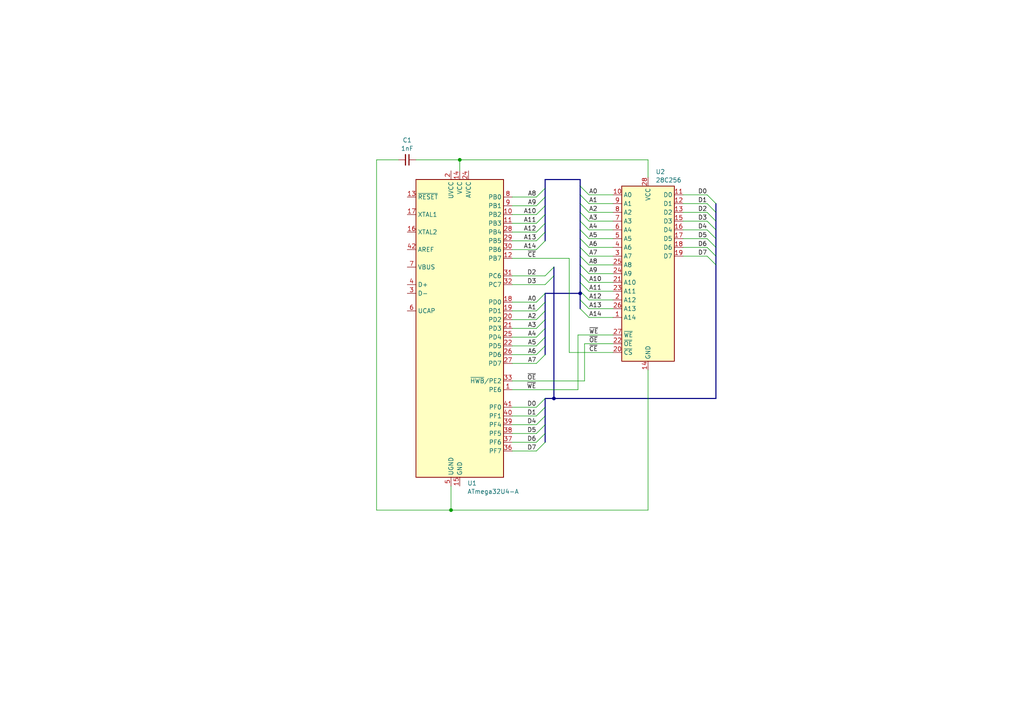
<source format=kicad_sch>
(kicad_sch (version 20230121) (generator eeschema)
  (paper "A4")
  (title_block (title "AT28C256Programmer") (date "2024-10-18") (rev "1.0"))
  (lib_symbols
    (symbol "Device:C_Small" (pin_numbers hide) (pin_names (offset 0.254) hide)
      (property "Reference" "C" (at 0.254 1.778 0))
      (property "Value" "C_Small" (at 0.254 -2.032 0))
      (symbol "C_Small_0_1"
        (polyline (pts (xy -1.524 -0.508) (xy 1.524 -0.508)) (stroke (width 0.3302)))
        (polyline (pts (xy -1.524 0.508) (xy 1.524 0.508)) (stroke (width 0.3048)))
      )
      (symbol "C_Small_1_1"
        (pin passive line (at 0 2.54 270) (length 2.032) (name "~") (number "1"))
        (pin passive line (at 0 -2.54 90) (length 2.032) (name "~") (number "2"))
      )
    )
    (symbol "MCU_Microchip_ATmega:ATmega32U4-A"
      (property "Reference" "U" (at -12.7 44.45 0))
      (property "Value" "ATmega32U4-A" (at 2.54 -44.45 0))
      (symbol "ATmega32U4-A_0_1"
        (rectangle (start -12.7 -43.18) (end 12.7 43.18) (stroke (width 0.254)) (fill (type background)))
      )
      (symbol "ATmega32U4-A_1_1"
        (pin bidirectional line (at 15.24 -17.78 180) (length 2.54) (name "PE6") (number "1"))
        (pin bidirectional line (at 15.24 33.02 180) (length 2.54) (name "PB2") (number "10"))
        (pin bidirectional line (at 15.24 30.48 180) (length 2.54) (name "PB3") (number "11"))
        (pin bidirectional line (at 15.24 20.32 180) (length 2.54) (name "PB7") (number "12"))
        (pin input line (at -15.24 38.1 0) (length 2.54) (name "~{RESET}") (number "13"))
        (pin power_in line (at 0 45.72 270) (length 2.54) (name "VCC") (number "14"))
        (pin power_in line (at 0 -45.72 90) (length 2.54) (name "GND") (number "15"))
        (pin output line (at -15.24 27.94 0) (length 2.54) (name "XTAL2") (number "16"))
        (pin input line (at -15.24 33.02 0) (length 2.54) (name "XTAL1") (number "17"))
        (pin bidirectional line (at 15.24 7.62 180) (length 2.54) (name "PD0") (number "18"))
        (pin bidirectional line (at 15.24 5.08 180) (length 2.54) (name "PD1") (number "19"))
        (pin power_in line (at -2.54 45.72 270) (length 2.54) (name "UVCC") (number "2"))
        (pin bidirectional line (at 15.24 2.54 180) (length 2.54) (name "PD2") (number "20"))
        (pin bidirectional line (at 15.24 0 180) (length 2.54) (name "PD3") (number "21"))
        (pin bidirectional line (at 15.24 -5.08 180) (length 2.54) (name "PD5") (number "22"))
        (pin passive line (at 0 -45.72 90) (length 2.54) hide (name "GND") (number "23"))
        (pin power_in line (at 2.54 45.72 270) (length 2.54) (name "AVCC") (number "24"))
        (pin bidirectional line (at 15.24 -2.54 180) (length 2.54) (name "PD4") (number "25"))
        (pin bidirectional line (at 15.24 -7.62 180) (length 2.54) (name "PD6") (number "26"))
        (pin bidirectional line (at 15.24 -10.16 180) (length 2.54) (name "PD7") (number "27"))
        (pin bidirectional line (at 15.24 27.94 180) (length 2.54) (name "PB4") (number "28"))
        (pin bidirectional line (at 15.24 25.4 180) (length 2.54) (name "PB5") (number "29"))
        (pin bidirectional line (at -15.24 10.16 0) (length 2.54) (name "D-") (number "3"))
        (pin bidirectional line (at 15.24 22.86 180) (length 2.54) (name "PB6") (number "30"))
        (pin bidirectional line (at 15.24 15.24 180) (length 2.54) (name "PC6") (number "31"))
        (pin bidirectional line (at 15.24 12.7 180) (length 2.54) (name "PC7") (number "32"))
        (pin bidirectional line (at 15.24 -15.24 180) (length 2.54) (name "~{HWB}/PE2") (number "33"))
        (pin passive line (at 0 45.72 270) (length 2.54) hide (name "VCC") (number "34"))
        (pin passive line (at 0 -45.72 90) (length 2.54) hide (name "GND") (number "35"))
        (pin bidirectional line (at 15.24 -35.56 180) (length 2.54) (name "PF7") (number "36"))
        (pin bidirectional line (at 15.24 -33.02 180) (length 2.54) (name "PF6") (number "37"))
        (pin bidirectional line (at 15.24 -30.48 180) (length 2.54) (name "PF5") (number "38"))
        (pin bidirectional line (at 15.24 -27.94 180) (length 2.54) (name "PF4") (number "39"))
        (pin bidirectional line (at -15.24 12.7 0) (length 2.54) (name "D+") (number "4"))
        (pin bidirectional line (at 15.24 -25.4 180) (length 2.54) (name "PF1") (number "40"))
        (pin bidirectional line (at 15.24 -22.86 180) (length 2.54) (name "PF0") (number "41"))
        (pin passive line (at -15.24 22.86 0) (length 2.54) (name "AREF") (number "42"))
        (pin passive line (at 0 -45.72 90) (length 2.54) hide (name "GND") (number "43"))
        (pin passive line (at 2.54 45.72 270) (length 2.54) hide (name "AVCC") (number "44"))
        (pin passive line (at -2.54 -45.72 90) (length 2.54) (name "UGND") (number "5"))
        (pin passive line (at -15.24 5.08 0) (length 2.54) (name "UCAP") (number "6"))
        (pin input line (at -15.24 17.78 0) (length 2.54) (name "VBUS") (number "7"))
        (pin bidirectional line (at 15.24 38.1 180) (length 2.54) (name "PB0") (number "8"))
        (pin bidirectional line (at 15.24 35.56 180) (length 2.54) (name "PB1") (number "9"))
      )
    )
    (symbol "Memory_EEPROM:28C256"
      (property "Reference" "U" (at -7.62 26.67 0))
      (property "Value" "28C256" (at 2.54 -26.67 0))
      (symbol "28C256_1_1"
        (rectangle (start -7.62 25.4) (end 7.62 -25.4) (stroke (width 0.254)) (fill (type background)))
        (pin input line (at -10.16 -12.7 0) (length 2.54) (name "A14") (number "1"))
        (pin input line (at -10.16 22.86 0) (length 2.54) (name "A0") (number "10"))
        (pin tri_state line (at 10.16 22.86 180) (length 2.54) (name "D0") (number "11"))
        (pin tri_state line (at 10.16 20.32 180) (length 2.54) (name "D1") (number "12"))
        (pin tri_state line (at 10.16 17.78 180) (length 2.54) (name "D2") (number "13"))
        (pin power_in line (at 0 -27.94 90) (length 2.54) (name "GND") (number "14"))
        (pin tri_state line (at 10.16 15.24 180) (length 2.54) (name "D3") (number "15"))
        (pin tri_state line (at 10.16 12.7 180) (length 2.54) (name "D4") (number "16"))
        (pin tri_state line (at 10.16 10.16 180) (length 2.54) (name "D5") (number "17"))
        (pin tri_state line (at 10.16 7.62 180) (length 2.54) (name "D6") (number "18"))
        (pin tri_state line (at 10.16 5.08 180) (length 2.54) (name "D7") (number "19"))
        (pin input line (at -10.16 -7.62 0) (length 2.54) (name "A12") (number "2"))
        (pin input line (at -10.16 -22.86 0) (length 2.54) (name "~{CS}") (number "20"))
        (pin input line (at -10.16 -2.54 0) (length 2.54) (name "A10") (number "21"))
        (pin input line (at -10.16 -20.32 0) (length 2.54) (name "~{OE}") (number "22"))
        (pin input line (at -10.16 -5.08 0) (length 2.54) (name "A11") (number "23"))
        (pin input line (at -10.16 0 0) (length 2.54) (name "A9") (number "24"))
        (pin input line (at -10.16 2.54 0) (length 2.54) (name "A8") (number "25"))
        (pin input line (at -10.16 -10.16 0) (length 2.54) (name "A13") (number "26"))
        (pin input line (at -10.16 -17.78 0) (length 2.54) (name "~{WE}") (number "27"))
        (pin power_in line (at 0 27.94 270) (length 2.54) (name "VCC") (number "28"))
        (pin input line (at -10.16 5.08 0) (length 2.54) (name "A7") (number "3"))
        (pin input line (at -10.16 7.62 0) (length 2.54) (name "A6") (number "4"))
        (pin input line (at -10.16 10.16 0) (length 2.54) (name "A5") (number "5"))
        (pin input line (at -10.16 12.7 0) (length 2.54) (name "A4") (number "6"))
        (pin input line (at -10.16 15.24 0) (length 2.54) (name "A3") (number "7"))
        (pin input line (at -10.16 17.78 0) (length 2.54) (name "A2") (number "8"))
        (pin input line (at -10.16 20.32 0) (length 2.54) (name "A1") (number "9"))
      )
    )
  )
  (junction (at 160.655 115.57))
  (junction (at 168.275 85.09))
  (junction (at 130.81 147.955))
  (junction (at 133.35 46.355))
  (bus_entry (at 168.275 56.515) (size 2.54 2.54))
  (bus_entry (at 168.275 59.055) (size 2.54 2.54))
  (bus_entry (at 155.575 59.69) (size 2.54 -2.54))
  (bus_entry (at 155.575 130.81) (size 2.54 -2.54))
  (bus_entry (at 205.105 69.215) (size 2.54 2.54))
  (bus_entry (at 205.105 71.755) (size 2.54 2.54))
  (bus_entry (at 168.275 71.755) (size 2.54 2.54))
  (bus_entry (at 155.575 67.31) (size 2.54 -2.54))
  (bus_entry (at 168.275 69.215) (size 2.54 2.54))
  (bus_entry (at 155.575 57.15) (size 2.54 -2.54))
  (bus_entry (at 155.575 69.85) (size 2.54 -2.54))
  (bus_entry (at 205.105 61.595) (size 2.54 2.54))
  (bus_entry (at 155.575 102.87) (size 2.54 -2.54))
  (bus_entry (at 155.575 118.11) (size 2.54 -2.54))
  (bus_entry (at 168.275 76.835) (size 2.54 2.54))
  (bus_entry (at 155.575 62.23) (size 2.54 -2.54))
  (bus_entry (at 168.275 89.535) (size 2.54 2.54))
  (bus_entry (at 168.275 84.455) (size 2.54 2.54))
  (bus_entry (at 168.275 64.135) (size 2.54 2.54))
  (bus_entry (at 168.275 61.595) (size 2.54 2.54))
  (bus_entry (at 205.105 74.295) (size 2.54 2.54))
  (bus_entry (at 168.275 74.295) (size 2.54 2.54))
  (bus_entry (at 155.575 72.39) (size 2.54 -2.54))
  (bus_entry (at 155.575 92.71) (size 2.54 -2.54))
  (bus_entry (at 155.575 125.73) (size 2.54 -2.54))
  (bus_entry (at 155.575 128.27) (size 2.54 -2.54))
  (bus_entry (at 168.275 81.915) (size 2.54 2.54))
  (bus_entry (at 205.105 59.055) (size 2.54 2.54))
  (bus_entry (at 155.575 97.79) (size 2.54 -2.54))
  (bus_entry (at 205.105 64.135) (size 2.54 2.54))
  (bus_entry (at 155.575 100.33) (size 2.54 -2.54))
  (bus_entry (at 155.575 123.19) (size 2.54 -2.54))
  (bus_entry (at 155.575 64.77) (size 2.54 -2.54))
  (bus_entry (at 168.275 86.995) (size 2.54 2.54))
  (bus_entry (at 155.575 95.25) (size 2.54 -2.54))
  (bus_entry (at 155.575 120.65) (size 2.54 -2.54))
  (bus_entry (at 168.275 79.375) (size 2.54 2.54))
  (bus_entry (at 155.575 90.17) (size 2.54 -2.54))
  (bus_entry (at 205.105 56.515) (size 2.54 2.54))
  (bus_entry (at 155.575 105.41) (size 2.54 -2.54))
  (bus_entry (at 168.275 66.675) (size 2.54 2.54))
  (bus_entry (at 155.575 87.63) (size 2.54 -2.54))
  (bus_entry (at 160.655 77.47) (size -2.54 2.54))
  (bus_entry (at 168.275 53.975) (size 2.54 2.54))
  (bus_entry (at 160.655 80.01) (size -2.54 2.54))
  (bus_entry (at 205.105 66.675) (size 2.54 2.54))
  (wire (pts (xy 170.815 92.075) (xy 177.8 92.075)))
  (wire (pts (xy 165.1 102.235) (xy 165.1 74.93)))
  (wire (pts (xy 205.105 66.675) (xy 198.12 66.675)))
  (wire (pts (xy 158.115 80.01) (xy 148.59 80.01)))
  (wire (pts (xy 148.59 74.93) (xy 165.1 74.93)))
  (bus (pts (xy 168.275 85.09) (xy 168.275 86.995)))
  (wire (pts (xy 155.575 123.19) (xy 148.59 123.19)))
  (wire (pts (xy 187.96 107.315) (xy 187.96 147.955)))
  (bus (pts (xy 158.115 57.15) (xy 158.115 59.69)))
  (wire (pts (xy 167.64 97.155) (xy 167.64 113.03)))
  (wire (pts (xy 155.575 90.17) (xy 148.59 90.17)))
  (bus (pts (xy 168.275 52.07) (xy 168.275 53.975)))
  (wire (pts (xy 170.815 86.995) (xy 177.8 86.995)))
  (wire (pts (xy 170.815 84.455) (xy 177.8 84.455)))
  (wire (pts (xy 155.575 118.11) (xy 148.59 118.11)))
  (wire (pts (xy 148.59 82.55) (xy 158.115 82.55)))
  (wire (pts (xy 205.105 71.755) (xy 198.12 71.755)))
  (bus (pts (xy 168.275 61.595) (xy 168.275 64.135)))
  (bus (pts (xy 158.115 120.65) (xy 158.115 123.19)))
  (wire (pts (xy 205.105 69.215) (xy 198.12 69.215)))
  (wire (pts (xy 170.815 64.135) (xy 177.8 64.135)))
  (wire (pts (xy 155.575 92.71) (xy 148.59 92.71)))
  (bus (pts (xy 158.115 85.09) (xy 158.115 87.63)))
  (wire (pts (xy 187.96 46.355) (xy 187.96 51.435)))
  (bus (pts (xy 207.645 61.595) (xy 207.645 64.135)))
  (bus (pts (xy 158.115 87.63) (xy 158.115 90.17)))
  (wire (pts (xy 130.81 147.955) (xy 109.22 147.955)))
  (bus (pts (xy 207.645 71.755) (xy 207.645 74.295)))
  (bus (pts (xy 207.645 59.055) (xy 207.645 61.595)))
  (bus (pts (xy 158.115 52.07) (xy 158.115 54.61)))
  (bus (pts (xy 158.115 125.73) (xy 158.115 128.27)))
  (bus (pts (xy 207.645 64.135) (xy 207.645 66.675)))
  (bus (pts (xy 158.115 59.69) (xy 158.115 62.23)))
  (bus (pts (xy 168.275 84.455) (xy 168.275 85.09)))
  (bus (pts (xy 158.115 115.57) (xy 158.115 118.11)))
  (bus (pts (xy 158.115 95.25) (xy 158.115 97.79)))
  (bus (pts (xy 168.275 79.375) (xy 168.275 81.915)))
  (wire (pts (xy 155.575 64.77) (xy 148.59 64.77)))
  (wire (pts (xy 170.815 61.595) (xy 177.8 61.595)))
  (bus (pts (xy 168.275 69.215) (xy 168.275 71.755)))
  (wire (pts (xy 169.545 99.695) (xy 177.8 99.695)))
  (wire (pts (xy 169.545 99.695) (xy 169.545 110.49)))
  (bus (pts (xy 158.115 123.19) (xy 158.115 125.73)))
  (wire (pts (xy 133.35 46.355) (xy 187.96 46.355)))
  (wire (pts (xy 155.575 87.63) (xy 148.59 87.63)))
  (bus (pts (xy 158.115 92.71) (xy 158.115 95.25)))
  (wire (pts (xy 170.815 81.915) (xy 177.8 81.915)))
  (wire (pts (xy 167.64 97.155) (xy 177.8 97.155)))
  (wire (pts (xy 170.815 69.215) (xy 177.8 69.215)))
  (bus (pts (xy 158.115 52.07) (xy 168.275 52.07)))
  (bus (pts (xy 160.655 115.57) (xy 207.645 115.57)))
  (bus (pts (xy 158.115 100.33) (xy 158.115 102.87)))
  (bus (pts (xy 158.115 62.23) (xy 158.115 64.77)))
  (bus (pts (xy 168.275 76.835) (xy 168.275 79.375)))
  (wire (pts (xy 109.22 46.355) (xy 115.57 46.355)))
  (wire (pts (xy 109.22 147.955) (xy 109.22 46.355)))
  (bus (pts (xy 168.275 64.135) (xy 168.275 66.675)))
  (wire (pts (xy 155.575 102.87) (xy 148.59 102.87)))
  (wire (pts (xy 170.815 79.375) (xy 177.8 79.375)))
  (bus (pts (xy 168.275 71.755) (xy 168.275 74.295)))
  (wire (pts (xy 205.105 56.515) (xy 198.12 56.515)))
  (wire (pts (xy 155.575 59.69) (xy 148.59 59.69)))
  (wire (pts (xy 155.575 57.15) (xy 148.59 57.15)))
  (wire (pts (xy 187.96 147.955) (xy 130.81 147.955)))
  (wire (pts (xy 205.105 74.295) (xy 198.12 74.295)))
  (wire (pts (xy 205.105 59.055) (xy 198.12 59.055)))
  (bus (pts (xy 158.115 97.79) (xy 158.115 100.33)))
  (wire (pts (xy 155.575 128.27) (xy 148.59 128.27)))
  (wire (pts (xy 170.815 59.055) (xy 177.8 59.055)))
  (wire (pts (xy 130.81 147.955) (xy 130.81 140.97)))
  (wire (pts (xy 155.575 67.31) (xy 148.59 67.31)))
  (wire (pts (xy 155.575 120.65) (xy 148.59 120.65)))
  (wire (pts (xy 205.105 64.135) (xy 198.12 64.135)))
  (wire (pts (xy 170.815 66.675) (xy 177.8 66.675)))
  (bus (pts (xy 168.275 56.515) (xy 168.275 59.055)))
  (bus (pts (xy 168.275 74.295) (xy 168.275 76.835)))
  (wire (pts (xy 155.575 125.73) (xy 148.59 125.73)))
  (bus (pts (xy 158.115 64.77) (xy 158.115 67.31)))
  (wire (pts (xy 170.815 71.755) (xy 177.8 71.755)))
  (wire (pts (xy 170.815 56.515) (xy 177.8 56.515)))
  (bus (pts (xy 207.645 66.675) (xy 207.645 69.215)))
  (bus (pts (xy 158.115 67.31) (xy 158.115 69.85)))
  (bus (pts (xy 168.275 53.975) (xy 168.275 56.515)))
  (wire (pts (xy 155.575 95.25) (xy 148.59 95.25)))
  (wire (pts (xy 165.1 102.235) (xy 177.8 102.235)))
  (bus (pts (xy 160.655 80.01) (xy 160.655 115.57)))
  (bus (pts (xy 158.115 118.11) (xy 158.115 120.65)))
  (bus (pts (xy 207.645 74.295) (xy 207.645 76.835)))
  (bus (pts (xy 158.115 115.57) (xy 160.655 115.57)))
  (wire (pts (xy 155.575 62.23) (xy 148.59 62.23)))
  (wire (pts (xy 170.815 89.535) (xy 177.8 89.535)))
  (wire (pts (xy 148.59 110.49) (xy 169.545 110.49)))
  (bus (pts (xy 207.645 76.835) (xy 207.645 115.57)))
  (bus (pts (xy 207.645 69.215) (xy 207.645 71.755)))
  (wire (pts (xy 133.35 49.53) (xy 133.35 46.355)))
  (wire (pts (xy 155.575 72.39) (xy 148.59 72.39)))
  (wire (pts (xy 148.59 113.03) (xy 167.64 113.03)))
  (bus (pts (xy 168.275 66.675) (xy 168.275 69.215)))
  (wire (pts (xy 170.815 74.295) (xy 177.8 74.295)))
  (bus (pts (xy 158.115 54.61) (xy 158.115 57.15)))
  (wire (pts (xy 155.575 130.81) (xy 148.59 130.81)))
  (wire (pts (xy 155.575 69.85) (xy 148.59 69.85)))
  (wire (pts (xy 170.815 76.835) (xy 177.8 76.835)))
  (bus (pts (xy 158.115 90.17) (xy 158.115 92.71)))
  (bus (pts (xy 168.275 81.915) (xy 168.275 84.455)))
  (wire (pts (xy 120.65 46.355) (xy 133.35 46.355)))
  (bus (pts (xy 158.115 85.09) (xy 168.275 85.09)))
  (wire (pts (xy 155.575 105.41) (xy 148.59 105.41)))
  (bus (pts (xy 168.275 86.995) (xy 168.275 89.535)))
  (wire (pts (xy 155.575 97.79) (xy 148.59 97.79)))
  (bus (pts (xy 168.275 59.055) (xy 168.275 61.595)))
  (wire (pts (xy 205.105 61.595) (xy 198.12 61.595)))
  (bus (pts (xy 160.655 77.47) (xy 160.655 80.01)))
  (wire (pts (xy 155.575 100.33) (xy 148.59 100.33)))
  (label "A4" (at 170.815 66.675 0))
  (label "A2" (at 155.575 92.71 180))
  (label "D4" (at 155.575 123.19 180))
  (label "D0" (at 205.105 56.515 180))
  (label "A2" (at 170.815 61.595 0))
  (label "D2" (at 155.575 80.01 180))
  (label "A10" (at 170.815 81.915 0))
  (label "A3" (at 170.815 64.135 0))
  (label "A7" (at 155.575 105.41 180))
  (label "A6" (at 155.575 102.87 180))
  (label "A14" (at 170.815 92.075 0))
  (label "D3" (at 205.105 64.135 180))
  (label "D5" (at 205.105 69.215 180))
  (label "~{WE}" (at 155.575 113.03 180))
  (label "A6" (at 170.815 71.755 0))
  (label "A0" (at 155.575 87.63 180))
  (label "A8" (at 155.575 57.15 180))
  (label "A10" (at 155.575 62.23 180))
  (label "A13" (at 170.815 89.535 0))
  (label "~{OE}" (at 155.575 110.49 180))
  (label "A12" (at 155.575 67.31 180))
  (label "~{CE}" (at 170.815 102.235 0))
  (label "D6" (at 205.105 71.755 180))
  (label "A0" (at 170.815 56.515 0))
  (label "A1" (at 170.815 59.055 0))
  (label "D7" (at 155.575 130.81 180))
  (label "A5" (at 170.815 69.215 0))
  (label "D1" (at 155.575 120.65 180))
  (label "~{WE}" (at 170.815 97.155 0))
  (label "A4" (at 155.575 97.79 180))
  (label "~{OE}" (at 170.815 99.695 0))
  (label "A8" (at 170.815 76.835 0))
  (label "D0" (at 155.575 118.11 180))
  (label "D6" (at 155.575 128.27 180))
  (label "D2" (at 205.105 61.595 180))
  (label "D3" (at 155.575 82.55 180))
  (label "A3" (at 155.575 95.25 180))
  (label "A9" (at 170.815 79.375 0))
  (label "A14" (at 155.575 72.39 180))
  (label "D5" (at 155.575 125.73 180))
  (label "D1" (at 205.105 59.055 180))
  (label "A9" (at 155.575 59.69 180))
  (label "~{CE}" (at 155.575 74.93 180))
  (label "A1" (at 155.575 90.17 180))
  (label "D4" (at 205.105 66.675 180))
  (label "A11" (at 170.815 84.455 0))
  (label "A11" (at 155.575 64.77 180))
  (label "A12" (at 170.815 86.995 0))
  (label "A7" (at 170.815 74.295 0))
  (label "A5" (at 155.575 100.33 180))
  (label "A13" (at 155.575 69.85 180))
  (label "D7" (at 205.105 74.295 180))
  (symbol (lib_id "Memory_EEPROM:28C256") (at 187.96 79.375 0) (unit 1)
    (property "Reference" "U2" (at 190.1541 49.8307 0) (effects (justify left)))
    (property "Value" "28C256" (at 190.1541 52.2549 0) (effects (justify left)))
    (property "Datasheet" "http://ww1.microchip.com/downloads/en/DeviceDoc/doc0006.pdf" (effects hide))
  )
  (symbol (lib_id "MCU_Microchip_ATmega:ATmega32U4-A") (at 133.35 95.25 0) (unit 1)
    (property "Reference" "U1" (at 135.5441 140.1501 0) (effects (justify left)))
    (property "Value" "ATmega32U4-A" (at 135.5441 142.5743 0) (effects (justify left)))
    (property "Footprint" "Package_QFP:TQFP-44_10x10mm_P0.8mm" (effects hide))
    (property "Datasheet" "http://ww1.microchip.com/downloads/en/DeviceDoc/Atmel-7766-8-bit-AVR-ATmega16U4-32U4_Datasheet.pdf" (effects hide))
  )
  (symbol (lib_id "Device:C_Small") (at 118.11 46.355 270) (unit 1)
    (property "Reference" "C1" (at 118.1036 40.6486 90))
    (property "Value" "1nF" (at 118.1036 43.0728 90))
  )
)
</source>
